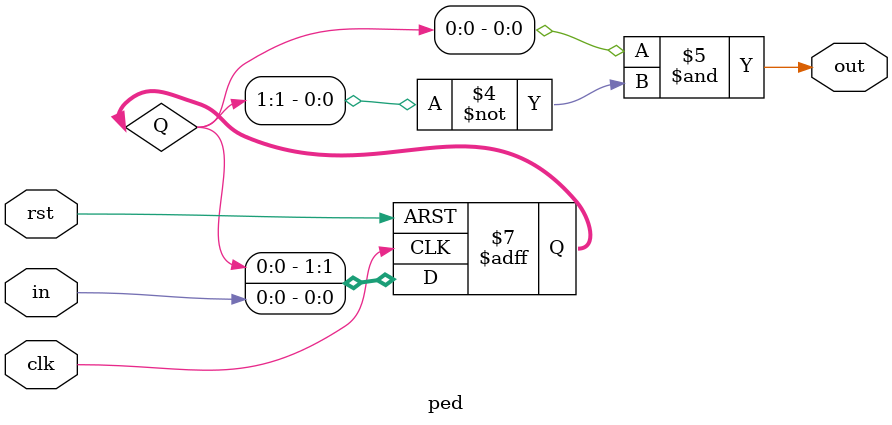
<source format=v>
`timescale 1ns/1ps


/////////////////////////////////////////////////////////////////////////////////////////////////////////////
// Vectored Interrupt Controller (with PED at end)
/////////////////////////////////////////////////////////////////////////////////////////////////////////////

module VIC(clk, rst, cs, datain, port_id, read_strobe, write_strobe, dout, interrupts, IntAck, InterruptOut);
input         clk;             // system clock (posedge)
input         rst;             // system reset HA - asynchronous
input         cs;              // chip select
input  [15:0] datain;          // input data bus
input  [ 4:0] port_id;         // address bus decoded within module
input  [15:0] interrupts;      // 16 interrupts prioritize from 0 down to 15
input         IntAck;          // interrupt acknowledge from tramelblaze
input         read_strobe;     // HA read strobe one clock wide
input         write_strobe;    // HA write strobe one clock wide
output        InterruptOut;    // interrupt to the tramelblaze
output [15:0] dout;

reg    [15:0] Enable;          // Enable register
reg    [15:0] oute;            // Enable register D term
reg    [15:0] Status;          // Status register
reg    [15:0] outs;            // Status register D term

reg    [15:0] clrint;          // clear interrupt whose vector is read

reg    [15:0] VectAdrs [15:0]; // Vector Address Array 16 x 16

wire   [15:0] IntReq;          // Interrupt Request Pulse
integer       i;               // 'wrapping' variable
integer       j;               // 'wrapping' variable

reg    [31:0] reads;           // read signals for 32 locations (not all used)
reg    [31:0] writes;          // write signals for 32 locations (not all used)
reg           read;            // indication read occuring (could have used read_strobe)
reg           write;           // indication write occuring (could have used write_strobe)
reg    [ 3:0] Vad;             // Vector Array Address
reg    [15:0] Vout;            // Vector Array Output

wire [15:0] IntVec;            // enable & status - active and enabled interrupts
wire        IntOn;
reg         InterruptOut;
reg  [ 3:0] HiInt;             // identifying highest priority interrupt active

///////////////////////////////////////////////////////////
// Decode addresses for reads/writes
////////////////////////////////////////////////////////////

always @(*)
   begin
        reads  = 32'b0;
        writes = 32'b0;
        read   =  1'b0;
        write  =  1'b0;
	Vad    =  1'b0;
        if (cs)
           begin
           reads[port_id]  = read_strobe;
           writes[port_id] = write_strobe;
           read            = |reads;
           write           = |writes;
           Vad             = (port_id == 5'h06) ? HiInt : port_id[3:0]; 
           end
   end                

///////////////////////////////////////////////////////////
// Enable register W0: sets -- W1: clears
////////////////////////////////////////////////////////////

always @(*)
   for (i=0; i<16; i=i+1)
      begin
      if (writes[0] & datain[i]) oute[i] = 1'b1; else
      if (writes[1] & datain[i]) oute[i] = 1'b0; else
                                 oute[i] = Enable[i];
      end

always @(posedge clk, posedge rst)
   if (rst) Enable <= 16'b0;
   else     Enable <= oute;

///////////////////////////////////////////////////////////
// Status register W2: sets -- W3: clears
//    Interrupt occurance sets
//    Reading Interrupt Vector clears
////////////////////////////////////////////////////////////

always @(*)
   for (j=0; j<16; j=j+1)
      begin
      if (IntReq[j])             outs[j] = 1'b1; else
      if (datain[j] & writes[2]) outs[j] = 1'b1; else
      if (datain[j] & writes[3]) outs[j] = 1'b0; else
      if (clrint[j])             outs[j] = 1'b0; else
                                 outs[j] = Status[j];
      end

always @(posedge clk, posedge rst)
   if (rst) Status <= 16'b0;
   else     Status <= outs;

///////////////////////////////////////////////////////////
// posedge detect circuit to generate IntReq[15:0]
////////////////////////////////////////////////////////////

ped ped [15:0] (
   .clk (clk),
   .rst (rst),
   .in  (interrupts[15:0]),
   .out (IntReq[15:0])
   );

///////////////////////////////////////////////////////////
// Interrupt to Processor when status == enable == 1
////////////////////////////////////////////////////////////

assign IntVec = Enable & Status;
assign IntOn  = |IntVec & ~|clrint;

ped pediv (
   .clk(clk),
   .rst(rst),
   .in (IntOn),
   .out(SetInt)
   );

always @(posedge clk, posedge rst)
   if (rst)    InterruptOut <= 1'b0; else
   if (SetInt) InterruptOut <= 1'b1; else
   if (IntAck) InterruptOut <= 1'b0;


always @(*)
   casez (IntVec)
      16'b????_????_????_???1: HiInt = 4'b0000;
      16'b????_????_????_??10: HiInt = 4'b0001;
      16'b????_????_????_?100: HiInt = 4'b0010;
      16'b????_????_????_1000: HiInt = 4'b0011;
      16'b????_????_???1_0000: HiInt = 4'b0100;
      16'b????_????_??10_0000: HiInt = 4'b0101;
      16'b????_????_?100_0000: HiInt = 4'b0110;
      16'b????_????_1000_0000: HiInt = 4'b0111;
      16'b????_???1_0000_0000: HiInt = 4'b1000;
      16'b????_??10_0000_0000: HiInt = 4'b1001;
      16'b????_?100_0000_0000: HiInt = 4'b1010;
      16'b????_1000_0000_0000: HiInt = 4'b1011;
      16'b???1_0000_0000_0000: HiInt = 4'b1100;
      16'b??10_0000_0000_0000: HiInt = 4'b1101;
      16'b?100_0000_0000_0000: HiInt = 4'b1110;
      16'b1000_0000_0000_0000: HiInt = 4'b1111;
                      default: HiInt = 4'b0000;
   endcase

///////////////////////////////////////////////////////////
// when vector read clear the interrupt in status
////////////////////////////////////////////////////////////

always @(*)
   begin
   clrint = 16'b0;
   if (reads[6]) clrint[HiInt] = 1'b1;
   end

///////////////////////////////////////////////////////////
// instantiate the 16 vector addresses
////////////////////////////////////////////////////////////

always @(posedge clk, posedge rst)
   if (rst)
      for (i = 0; i < 16; i = i + 1) VectAdrs[i] <= 16'b0; else
      if  (write) VectAdrs[Vad] <= datain;
                
always @(*)
   Vout = VectAdrs[Vad];
        
assign dout =  (reads[ 4]) ? Enable       :
               (reads[ 5]) ? Status       :
               (reads[ 6]) ? Vout         :
               (reads[16]) ? VectAdrs[ 0] :
               (reads[17]) ? VectAdrs[ 1] :
               (reads[18]) ? VectAdrs[ 2] :
               (reads[19]) ? VectAdrs[ 3] :
               (reads[20]) ? VectAdrs[ 4] :
               (reads[21]) ? VectAdrs[ 5] :
               (reads[22]) ? VectAdrs[ 6] :
               (reads[23]) ? VectAdrs[ 7] :
               (reads[24]) ? VectAdrs[ 8] :
               (reads[25]) ? VectAdrs[ 9] :
               (reads[26]) ? VectAdrs[10] :
               (reads[27]) ? VectAdrs[11] :
               (reads[28]) ? VectAdrs[12] :
               (reads[29]) ? VectAdrs[13] :
               (reads[30]) ? VectAdrs[14] :
               (reads[31]) ? VectAdrs[15] :
                             16'b0;

endmodule

`timescale 1ns/1ps

// posedge detect module for instantiating in Interrupt Controller
// March 16, 2018 John Tramel CSULB CECS 460

module ped(clk, rst, in, out);

input        clk;
input        rst;
input        in;
output       out;

reg    [1:0] Q;

assign  out = Q[0] & ~Q[1];

always @(posedge clk, posedge rst)
   if (rst) Q <=  2'b0;
   else     Q <= {Q[0],in};

endmodule



</source>
